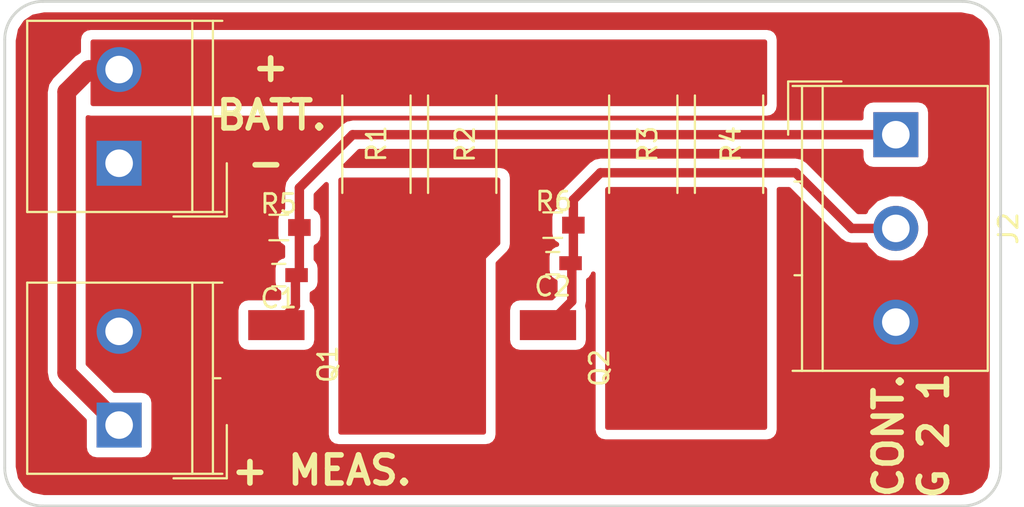
<source format=kicad_pcb>
(kicad_pcb (version 4) (host pcbnew 4.0.7)

  (general
    (links 23)
    (no_connects 0)
    (area 92.887 85.268999 148.259 112.343001)
    (thickness 1.6)
    (drawings 13)
    (tracks 46)
    (zones 0)
    (modules 13)
    (nets 7)
  )

  (page A4)
  (layers
    (0 F.Cu signal)
    (31 B.Cu signal)
    (34 B.Paste user)
    (35 F.Paste user)
    (36 B.SilkS user)
    (37 F.SilkS user)
    (38 B.Mask user)
    (39 F.Mask user)
    (44 Edge.Cuts user)
    (45 Margin user)
  )

  (setup
    (last_trace_width 1)
    (user_trace_width 0.5)
    (user_trace_width 1)
    (user_trace_width 3)
    (trace_clearance 0.1524)
    (zone_clearance 0.508)
    (zone_45_only no)
    (trace_min 0.1524)
    (segment_width 0.2)
    (edge_width 0.15)
    (via_size 0.6858)
    (via_drill 0.3302)
    (via_min_size 0.6858)
    (via_min_drill 0.3302)
    (uvia_size 0.3)
    (uvia_drill 0.1)
    (uvias_allowed no)
    (uvia_min_size 0)
    (uvia_min_drill 0)
    (pcb_text_width 0.3)
    (pcb_text_size 1.5 1.5)
    (mod_edge_width 0.15)
    (mod_text_size 1 1)
    (mod_text_width 0.15)
    (pad_size 2 2)
    (pad_drill 1)
    (pad_to_mask_clearance 0.2)
    (aux_axis_origin 0 0)
    (visible_elements FFFFFF7F)
    (pcbplotparams
      (layerselection 0x00030_80000001)
      (usegerberextensions false)
      (excludeedgelayer true)
      (linewidth 0.100000)
      (plotframeref false)
      (viasonmask false)
      (mode 1)
      (useauxorigin false)
      (hpglpennumber 1)
      (hpglpenspeed 20)
      (hpglpendiameter 15)
      (hpglpenoverlay 2)
      (psnegative false)
      (psa4output false)
      (plotreference true)
      (plotvalue true)
      (plotinvisibletext false)
      (padsonsilk false)
      (subtractmaskfromsilk false)
      (outputformat 1)
      (mirror false)
      (drillshape 1)
      (scaleselection 1)
      (outputdirectory ""))
  )

  (net 0 "")
  (net 1 /R1_EN)
  (net 2 GND)
  (net 3 /R2_EN)
  (net 4 /BATT_POS)
  (net 5 /R2_FET)
  (net 6 /R1_FET)

  (net_class Default "This is the default net class."
    (clearance 0.1524)
    (trace_width 0.1524)
    (via_dia 0.6858)
    (via_drill 0.3302)
    (uvia_dia 0.3)
    (uvia_drill 0.1)
    (add_net /BATT_POS)
    (add_net /R1_EN)
    (add_net /R1_FET)
    (add_net /R2_EN)
    (add_net /R2_FET)
    (add_net GND)
  )

  (net_class Bigger ""
    (clearance 0.1524)
    (trace_width 1)
    (via_dia 0.6858)
    (via_drill 0.3302)
    (uvia_dia 0.3)
    (uvia_drill 0.1)
  )

  (net_class Small ""
    (clearance 0.16)
    (trace_width 0.3)
    (via_dia 0.6858)
    (via_drill 0.3302)
    (uvia_dia 0.3)
    (uvia_drill 0.1)
  )

  (module Capacitors_SMD:C_0603_HandSoldering (layer F.Cu) (tedit 59D7973F) (tstamp 59D6471C)
    (at 108.331 99.949 180)
    (descr "Capacitor SMD 0603, hand soldering")
    (tags "capacitor 0603")
    (path /59D386F7)
    (attr smd)
    (fp_text reference C1 (at 0 -1.25 180) (layer F.SilkS)
      (effects (font (size 1 1) (thickness 0.15)))
    )
    (fp_text value "" (at 0 1.5 180) (layer F.Fab)
      (effects (font (size 1 1) (thickness 0.15)))
    )
    (fp_text user %R (at 0 -1.25 180) (layer F.Fab)
      (effects (font (size 1 1) (thickness 0.15)))
    )
    (fp_line (start -0.8 0.4) (end -0.8 -0.4) (layer F.Fab) (width 0.1))
    (fp_line (start 0.8 0.4) (end -0.8 0.4) (layer F.Fab) (width 0.1))
    (fp_line (start 0.8 -0.4) (end 0.8 0.4) (layer F.Fab) (width 0.1))
    (fp_line (start -0.8 -0.4) (end 0.8 -0.4) (layer F.Fab) (width 0.1))
    (fp_line (start -0.35 -0.6) (end 0.35 -0.6) (layer F.SilkS) (width 0.12))
    (fp_line (start 0.35 0.6) (end -0.35 0.6) (layer F.SilkS) (width 0.12))
    (fp_line (start -1.8 -0.65) (end 1.8 -0.65) (layer F.CrtYd) (width 0.05))
    (fp_line (start -1.8 -0.65) (end -1.8 0.65) (layer F.CrtYd) (width 0.05))
    (fp_line (start 1.8 0.65) (end 1.8 -0.65) (layer F.CrtYd) (width 0.05))
    (fp_line (start 1.8 0.65) (end -1.8 0.65) (layer F.CrtYd) (width 0.05))
    (pad 1 smd rect (at -0.95 0 180) (size 1.2 0.75) (layers F.Cu F.Paste F.Mask)
      (net 1 /R1_EN))
    (pad 2 smd rect (at 0.95 0 180) (size 1.2 0.75) (layers F.Cu F.Paste F.Mask)
      (net 2 GND))
    (model Capacitors_SMD.3dshapes/C_0603.wrl
      (at (xyz 0 0 0))
      (scale (xyz 1 1 1))
      (rotate (xyz 0 0 0))
    )
  )

  (module Capacitors_SMD:C_0603_HandSoldering (layer F.Cu) (tedit 59D79744) (tstamp 59D64722)
    (at 122.936 99.314 180)
    (descr "Capacitor SMD 0603, hand soldering")
    (tags "capacitor 0603")
    (path /59D3873C)
    (attr smd)
    (fp_text reference C2 (at 0 -1.25 180) (layer F.SilkS)
      (effects (font (size 1 1) (thickness 0.15)))
    )
    (fp_text value "" (at 0 1.5 180) (layer F.Fab)
      (effects (font (size 1 1) (thickness 0.15)))
    )
    (fp_text user %R (at 0 -1.25 180) (layer F.Fab)
      (effects (font (size 1 1) (thickness 0.15)))
    )
    (fp_line (start -0.8 0.4) (end -0.8 -0.4) (layer F.Fab) (width 0.1))
    (fp_line (start 0.8 0.4) (end -0.8 0.4) (layer F.Fab) (width 0.1))
    (fp_line (start 0.8 -0.4) (end 0.8 0.4) (layer F.Fab) (width 0.1))
    (fp_line (start -0.8 -0.4) (end 0.8 -0.4) (layer F.Fab) (width 0.1))
    (fp_line (start -0.35 -0.6) (end 0.35 -0.6) (layer F.SilkS) (width 0.12))
    (fp_line (start 0.35 0.6) (end -0.35 0.6) (layer F.SilkS) (width 0.12))
    (fp_line (start -1.8 -0.65) (end 1.8 -0.65) (layer F.CrtYd) (width 0.05))
    (fp_line (start -1.8 -0.65) (end -1.8 0.65) (layer F.CrtYd) (width 0.05))
    (fp_line (start 1.8 0.65) (end 1.8 -0.65) (layer F.CrtYd) (width 0.05))
    (fp_line (start 1.8 0.65) (end -1.8 0.65) (layer F.CrtYd) (width 0.05))
    (pad 1 smd rect (at -0.95 0 180) (size 1.2 0.75) (layers F.Cu F.Paste F.Mask)
      (net 3 /R2_EN))
    (pad 2 smd rect (at 0.95 0 180) (size 1.2 0.75) (layers F.Cu F.Paste F.Mask)
      (net 2 GND))
    (model Capacitors_SMD.3dshapes/C_0603.wrl
      (at (xyz 0 0 0))
      (scale (xyz 1 1 1))
      (rotate (xyz 0 0 0))
    )
  )

  (module Connectors_Terminal_Blocks:TerminalBlock_Philmore_TB132_02x5mm_Straight (layer F.Cu) (tedit 59D7970D) (tstamp 59D64723)
    (at 99.822 93.98 90)
    (descr "2-way 5.0mm pitch terminal block, http://www.philmore-datak.com/mc/Page%20197.pdf")
    (tags "screw terminal block")
    (path /59D38027)
    (fp_text reference "" (at 2.5 -6 90) (layer F.SilkS)
      (effects (font (size 1 1) (thickness 0.15)))
    )
    (fp_text value "" (at 2.5 6.9 90) (layer F.Fab)
      (effects (font (size 1 1) (thickness 0.15)))
    )
    (fp_line (start -3 -5.3) (end -3 5.9) (layer F.CrtYd) (width 0.05))
    (fp_line (start -3 5.9) (end 8 5.9) (layer F.CrtYd) (width 0.05))
    (fp_line (start 8 5.9) (end 8 -5.3) (layer F.CrtYd) (width 0.05))
    (fp_line (start 8 -5.3) (end -3 -5.3) (layer F.CrtYd) (width 0.05))
    (fp_line (start -2.5 3.9) (end 7.5 3.9) (layer F.Fab) (width 0.1))
    (fp_line (start -2.5 5) (end 7.5 5) (layer F.Fab) (width 0.1))
    (fp_line (start -2.5 5.4) (end -2.5 -4.8) (layer F.Fab) (width 0.1))
    (fp_line (start -2.5 -4.8) (end 7.5 -4.8) (layer F.Fab) (width 0.1))
    (fp_line (start 7.5 -4.8) (end 7.5 5.4) (layer F.Fab) (width 0.1))
    (fp_line (start 2.5 5) (end 2.5 5.4) (layer F.Fab) (width 0.1))
    (fp_line (start -2.84 2.9) (end -2.84 5.74) (layer F.Fab) (width 0.1))
    (fp_line (start -2.84 5.74) (end 0 5.74) (layer F.Fab) (width 0.1))
    (fp_line (start -2.6 3.9) (end 7.6 3.9) (layer F.SilkS) (width 0.12))
    (fp_line (start -2.6 5) (end 7.6 5) (layer F.SilkS) (width 0.12))
    (fp_line (start -2.6 5.5) (end -2.6 -4.9) (layer F.SilkS) (width 0.12))
    (fp_line (start -2.6 -4.9) (end 7.6 -4.9) (layer F.SilkS) (width 0.12))
    (fp_line (start 7.6 -4.9) (end 7.6 5.5) (layer F.SilkS) (width 0.12))
    (fp_line (start 2.5 5) (end 2.5 5.4) (layer F.SilkS) (width 0.12))
    (fp_line (start -2.84 2.9) (end -2.84 5.74) (layer F.SilkS) (width 0.12))
    (fp_line (start -2.84 5.74) (end 0 5.74) (layer F.SilkS) (width 0.12))
    (fp_text user %R (at 2.5 0.3 90) (layer F.Fab)
      (effects (font (size 1 1) (thickness 0.15)))
    )
    (pad 1 thru_hole rect (at 0 0 90) (size 2.4 2.4) (drill 1.47) (layers *.Cu *.Mask)
      (net 2 GND))
    (pad 2 thru_hole circle (at 5 0 90) (size 2.4 2.4) (drill 1.47) (layers *.Cu *.Mask)
      (net 4 /BATT_POS))
    (model ${KISYS3DMOD}/Connectors_Terminal_Blocks.3dshapes/TerminalBlock_Philmore_TB132_02x5mm_Straight.wrl
      (at (xyz 0 0 0))
      (scale (xyz 1 1 1))
      (rotate (xyz 0 0 0))
    )
  )

  (module Connectors_Terminal_Blocks:TerminalBlock_Philmore_TB133_03x5mm_Straight (layer F.Cu) (tedit 59D79722) (tstamp 59D64728)
    (at 141.224 92.456 270)
    (descr "3-way 5.0mm pitch terminal block, http://www.philmore-datak.com/mc/Page%20197.pdf")
    (tags "screw terminal block")
    (path /59D3830D)
    (fp_text reference J2 (at 5 -6 270) (layer F.SilkS)
      (effects (font (size 1 1) (thickness 0.15)))
    )
    (fp_text value "" (at 5 6.9 270) (layer F.Fab)
      (effects (font (size 1 1) (thickness 0.15)))
    )
    (fp_line (start -3 -5.3) (end -3 5.9) (layer F.CrtYd) (width 0.05))
    (fp_line (start -3 5.9) (end 13 5.9) (layer F.CrtYd) (width 0.05))
    (fp_line (start 13 5.9) (end 13 -5.3) (layer F.CrtYd) (width 0.05))
    (fp_line (start 13 -5.3) (end -3 -5.3) (layer F.CrtYd) (width 0.05))
    (fp_line (start -2.5 3.9) (end 12.5 3.9) (layer F.Fab) (width 0.1))
    (fp_line (start -2.5 5) (end 12.5 5) (layer F.Fab) (width 0.1))
    (fp_line (start -2.5 5.4) (end -2.5 -4.8) (layer F.Fab) (width 0.1))
    (fp_line (start -2.5 -4.8) (end 12.5 -4.8) (layer F.Fab) (width 0.1))
    (fp_line (start 12.5 -4.8) (end 12.5 5.4) (layer F.Fab) (width 0.1))
    (fp_line (start 2.5 5) (end 2.5 5.4) (layer F.Fab) (width 0.1))
    (fp_line (start 7.5 5) (end 7.5 5.4) (layer F.Fab) (width 0.1))
    (fp_line (start -2.84 2.9) (end -2.84 5.74) (layer F.Fab) (width 0.1))
    (fp_line (start -2.84 5.74) (end 0 5.74) (layer F.Fab) (width 0.1))
    (fp_line (start -2.6 3.9) (end 12.6 3.9) (layer F.SilkS) (width 0.12))
    (fp_line (start -2.6 5) (end 12.6 5) (layer F.SilkS) (width 0.12))
    (fp_line (start -2.6 5.5) (end -2.6 -4.9) (layer F.SilkS) (width 0.12))
    (fp_line (start -2.6 -4.9) (end 12.6 -4.9) (layer F.SilkS) (width 0.12))
    (fp_line (start 12.6 -4.9) (end 12.6 5.5) (layer F.SilkS) (width 0.12))
    (fp_line (start 2.5 5) (end 2.5 5.4) (layer F.SilkS) (width 0.12))
    (fp_line (start 7.5 5) (end 7.5 5.4) (layer F.SilkS) (width 0.12))
    (fp_line (start -2.84 2.9) (end -2.84 5.74) (layer F.SilkS) (width 0.12))
    (fp_line (start -2.84 5.74) (end 0 5.74) (layer F.SilkS) (width 0.12))
    (fp_text user %R (at 5 0.3 270) (layer F.Fab)
      (effects (font (size 1 1) (thickness 0.15)))
    )
    (pad 1 thru_hole rect (at 0 0 270) (size 2.4 2.4) (drill 1.47) (layers *.Cu *.Mask)
      (net 1 /R1_EN))
    (pad 2 thru_hole circle (at 5 0 270) (size 2.4 2.4) (drill 1.47) (layers *.Cu *.Mask)
      (net 3 /R2_EN))
    (pad 3 thru_hole circle (at 10 0 270) (size 2.4 2.4) (drill 1.47) (layers *.Cu *.Mask)
      (net 2 GND))
    (model ${KISYS3DMOD}/Connectors_Terminal_Blocks.3dshapes/TerminalBlock_Philmore_TB133_03x5mm_Straight.wrl
      (at (xyz 0 0 0))
      (scale (xyz 1 1 1))
      (rotate (xyz 0 0 0))
    )
  )

  (module Connectors_Terminal_Blocks:TerminalBlock_Philmore_TB132_02x5mm_Straight (layer F.Cu) (tedit 59D79705) (tstamp 59D6472E)
    (at 99.822 107.95 90)
    (descr "2-way 5.0mm pitch terminal block, http://www.philmore-datak.com/mc/Page%20197.pdf")
    (tags "screw terminal block")
    (path /59D38EFD)
    (fp_text reference "" (at 2.5 -6 90) (layer F.SilkS)
      (effects (font (size 1 1) (thickness 0.15)))
    )
    (fp_text value "" (at 2.5 6.9 90) (layer F.Fab)
      (effects (font (size 1 1) (thickness 0.15)))
    )
    (fp_line (start -3 -5.3) (end -3 5.9) (layer F.CrtYd) (width 0.05))
    (fp_line (start -3 5.9) (end 8 5.9) (layer F.CrtYd) (width 0.05))
    (fp_line (start 8 5.9) (end 8 -5.3) (layer F.CrtYd) (width 0.05))
    (fp_line (start 8 -5.3) (end -3 -5.3) (layer F.CrtYd) (width 0.05))
    (fp_line (start -2.5 3.9) (end 7.5 3.9) (layer F.Fab) (width 0.1))
    (fp_line (start -2.5 5) (end 7.5 5) (layer F.Fab) (width 0.1))
    (fp_line (start -2.5 5.4) (end -2.5 -4.8) (layer F.Fab) (width 0.1))
    (fp_line (start -2.5 -4.8) (end 7.5 -4.8) (layer F.Fab) (width 0.1))
    (fp_line (start 7.5 -4.8) (end 7.5 5.4) (layer F.Fab) (width 0.1))
    (fp_line (start 2.5 5) (end 2.5 5.4) (layer F.Fab) (width 0.1))
    (fp_line (start -2.84 2.9) (end -2.84 5.74) (layer F.Fab) (width 0.1))
    (fp_line (start -2.84 5.74) (end 0 5.74) (layer F.Fab) (width 0.1))
    (fp_line (start -2.6 3.9) (end 7.6 3.9) (layer F.SilkS) (width 0.12))
    (fp_line (start -2.6 5) (end 7.6 5) (layer F.SilkS) (width 0.12))
    (fp_line (start -2.6 5.5) (end -2.6 -4.9) (layer F.SilkS) (width 0.12))
    (fp_line (start -2.6 -4.9) (end 7.6 -4.9) (layer F.SilkS) (width 0.12))
    (fp_line (start 7.6 -4.9) (end 7.6 5.5) (layer F.SilkS) (width 0.12))
    (fp_line (start 2.5 5) (end 2.5 5.4) (layer F.SilkS) (width 0.12))
    (fp_line (start -2.84 2.9) (end -2.84 5.74) (layer F.SilkS) (width 0.12))
    (fp_line (start -2.84 5.74) (end 0 5.74) (layer F.SilkS) (width 0.12))
    (fp_text user %R (at 2.5 0.3 90) (layer F.Fab)
      (effects (font (size 1 1) (thickness 0.15)))
    )
    (pad 1 thru_hole rect (at 0 0 90) (size 2.4 2.4) (drill 1.47) (layers *.Cu *.Mask)
      (net 4 /BATT_POS))
    (pad 2 thru_hole circle (at 5 0 90) (size 2.4 2.4) (drill 1.47) (layers *.Cu *.Mask)
      (net 2 GND))
    (model ${KISYS3DMOD}/Connectors_Terminal_Blocks.3dshapes/TerminalBlock_Philmore_TB132_02x5mm_Straight.wrl
      (at (xyz 0 0 0))
      (scale (xyz 1 1 1))
      (rotate (xyz 0 0 0))
    )
  )

  (module Resistors_SMD:R_2512_HandSoldering (layer F.Cu) (tedit 59D7974E) (tstamp 59D6473F)
    (at 113.538 92.964 270)
    (descr "Resistor SMD 2512, hand soldering")
    (tags "resistor 2512")
    (path /59D380CA)
    (attr smd)
    (fp_text reference R1 (at -0.0254 0 270) (layer F.SilkS)
      (effects (font (size 1 1) (thickness 0.15)))
    )
    (fp_text value "" (at 0 2.75 270) (layer F.Fab)
      (effects (font (size 1 1) (thickness 0.15)))
    )
    (fp_text user %R (at 0 0 270) (layer F.Fab)
      (effects (font (size 1 1) (thickness 0.15)))
    )
    (fp_line (start -3.15 1.6) (end -3.15 -1.6) (layer F.Fab) (width 0.1))
    (fp_line (start 3.15 1.6) (end -3.15 1.6) (layer F.Fab) (width 0.1))
    (fp_line (start 3.15 -1.6) (end 3.15 1.6) (layer F.Fab) (width 0.1))
    (fp_line (start -3.15 -1.6) (end 3.15 -1.6) (layer F.Fab) (width 0.1))
    (fp_line (start 2.6 1.82) (end -2.6 1.82) (layer F.SilkS) (width 0.12))
    (fp_line (start -2.6 -1.82) (end 2.6 -1.82) (layer F.SilkS) (width 0.12))
    (fp_line (start -5.56 -1.85) (end 5.55 -1.85) (layer F.CrtYd) (width 0.05))
    (fp_line (start -5.56 -1.85) (end -5.56 1.85) (layer F.CrtYd) (width 0.05))
    (fp_line (start 5.55 1.85) (end 5.55 -1.85) (layer F.CrtYd) (width 0.05))
    (fp_line (start 5.55 1.85) (end -5.56 1.85) (layer F.CrtYd) (width 0.05))
    (pad 1 smd rect (at -3.95 0 270) (size 2.7 3.2) (layers F.Cu F.Paste F.Mask)
      (net 4 /BATT_POS))
    (pad 2 smd rect (at 3.95 0 270) (size 2.7 3.2) (layers F.Cu F.Paste F.Mask)
      (net 6 /R1_FET))
    (model ${KISYS3DMOD}/Resistors_SMD.3dshapes/R_2512.wrl
      (at (xyz 0 0 0))
      (scale (xyz 1 1 1))
      (rotate (xyz 0 0 0))
    )
  )

  (module Resistors_SMD:R_2512_HandSoldering (layer F.Cu) (tedit 59D79755) (tstamp 59D64744)
    (at 118.11 92.964 270)
    (descr "Resistor SMD 2512, hand soldering")
    (tags "resistor 2512")
    (path /59D610FC)
    (attr smd)
    (fp_text reference R2 (at 0 -0.1524 270) (layer F.SilkS)
      (effects (font (size 1 1) (thickness 0.15)))
    )
    (fp_text value "" (at 0 2.75 270) (layer F.Fab)
      (effects (font (size 1 1) (thickness 0.15)))
    )
    (fp_text user %R (at 0 0 270) (layer F.Fab)
      (effects (font (size 1 1) (thickness 0.15)))
    )
    (fp_line (start -3.15 1.6) (end -3.15 -1.6) (layer F.Fab) (width 0.1))
    (fp_line (start 3.15 1.6) (end -3.15 1.6) (layer F.Fab) (width 0.1))
    (fp_line (start 3.15 -1.6) (end 3.15 1.6) (layer F.Fab) (width 0.1))
    (fp_line (start -3.15 -1.6) (end 3.15 -1.6) (layer F.Fab) (width 0.1))
    (fp_line (start 2.6 1.82) (end -2.6 1.82) (layer F.SilkS) (width 0.12))
    (fp_line (start -2.6 -1.82) (end 2.6 -1.82) (layer F.SilkS) (width 0.12))
    (fp_line (start -5.56 -1.85) (end 5.55 -1.85) (layer F.CrtYd) (width 0.05))
    (fp_line (start -5.56 -1.85) (end -5.56 1.85) (layer F.CrtYd) (width 0.05))
    (fp_line (start 5.55 1.85) (end 5.55 -1.85) (layer F.CrtYd) (width 0.05))
    (fp_line (start 5.55 1.85) (end -5.56 1.85) (layer F.CrtYd) (width 0.05))
    (pad 1 smd rect (at -3.95 0 270) (size 2.7 3.2) (layers F.Cu F.Paste F.Mask)
      (net 4 /BATT_POS))
    (pad 2 smd rect (at 3.95 0 270) (size 2.7 3.2) (layers F.Cu F.Paste F.Mask)
      (net 6 /R1_FET))
    (model ${KISYS3DMOD}/Resistors_SMD.3dshapes/R_2512.wrl
      (at (xyz 0 0 0))
      (scale (xyz 1 1 1))
      (rotate (xyz 0 0 0))
    )
  )

  (module Resistors_SMD:R_2512_HandSoldering (layer F.Cu) (tedit 59D79759) (tstamp 59D64749)
    (at 127.762 92.964 270)
    (descr "Resistor SMD 2512, hand soldering")
    (tags "resistor 2512")
    (path /59D38102)
    (attr smd)
    (fp_text reference R3 (at 0 -0.2286 270) (layer F.SilkS)
      (effects (font (size 1 1) (thickness 0.15)))
    )
    (fp_text value "" (at 0 2.75 270) (layer F.Fab)
      (effects (font (size 1 1) (thickness 0.15)))
    )
    (fp_text user %R (at 0 0 270) (layer F.Fab)
      (effects (font (size 1 1) (thickness 0.15)))
    )
    (fp_line (start -3.15 1.6) (end -3.15 -1.6) (layer F.Fab) (width 0.1))
    (fp_line (start 3.15 1.6) (end -3.15 1.6) (layer F.Fab) (width 0.1))
    (fp_line (start 3.15 -1.6) (end 3.15 1.6) (layer F.Fab) (width 0.1))
    (fp_line (start -3.15 -1.6) (end 3.15 -1.6) (layer F.Fab) (width 0.1))
    (fp_line (start 2.6 1.82) (end -2.6 1.82) (layer F.SilkS) (width 0.12))
    (fp_line (start -2.6 -1.82) (end 2.6 -1.82) (layer F.SilkS) (width 0.12))
    (fp_line (start -5.56 -1.85) (end 5.55 -1.85) (layer F.CrtYd) (width 0.05))
    (fp_line (start -5.56 -1.85) (end -5.56 1.85) (layer F.CrtYd) (width 0.05))
    (fp_line (start 5.55 1.85) (end 5.55 -1.85) (layer F.CrtYd) (width 0.05))
    (fp_line (start 5.55 1.85) (end -5.56 1.85) (layer F.CrtYd) (width 0.05))
    (pad 1 smd rect (at -3.95 0 270) (size 2.7 3.2) (layers F.Cu F.Paste F.Mask)
      (net 4 /BATT_POS))
    (pad 2 smd rect (at 3.95 0 270) (size 2.7 3.2) (layers F.Cu F.Paste F.Mask)
      (net 5 /R2_FET))
    (model ${KISYS3DMOD}/Resistors_SMD.3dshapes/R_2512.wrl
      (at (xyz 0 0 0))
      (scale (xyz 1 1 1))
      (rotate (xyz 0 0 0))
    )
  )

  (module Resistors_SMD:R_2512_HandSoldering (layer F.Cu) (tedit 59D79760) (tstamp 59D6474E)
    (at 132.334 92.964 270)
    (descr "Resistor SMD 2512, hand soldering")
    (tags "resistor 2512")
    (path /59D61133)
    (attr smd)
    (fp_text reference R4 (at 0 -0.1016 270) (layer F.SilkS)
      (effects (font (size 1 1) (thickness 0.15)))
    )
    (fp_text value "" (at 0 2.75 270) (layer F.Fab)
      (effects (font (size 1 1) (thickness 0.15)))
    )
    (fp_text user %R (at 0 0 270) (layer F.Fab)
      (effects (font (size 1 1) (thickness 0.15)))
    )
    (fp_line (start -3.15 1.6) (end -3.15 -1.6) (layer F.Fab) (width 0.1))
    (fp_line (start 3.15 1.6) (end -3.15 1.6) (layer F.Fab) (width 0.1))
    (fp_line (start 3.15 -1.6) (end 3.15 1.6) (layer F.Fab) (width 0.1))
    (fp_line (start -3.15 -1.6) (end 3.15 -1.6) (layer F.Fab) (width 0.1))
    (fp_line (start 2.6 1.82) (end -2.6 1.82) (layer F.SilkS) (width 0.12))
    (fp_line (start -2.6 -1.82) (end 2.6 -1.82) (layer F.SilkS) (width 0.12))
    (fp_line (start -5.56 -1.85) (end 5.55 -1.85) (layer F.CrtYd) (width 0.05))
    (fp_line (start -5.56 -1.85) (end -5.56 1.85) (layer F.CrtYd) (width 0.05))
    (fp_line (start 5.55 1.85) (end 5.55 -1.85) (layer F.CrtYd) (width 0.05))
    (fp_line (start 5.55 1.85) (end -5.56 1.85) (layer F.CrtYd) (width 0.05))
    (pad 1 smd rect (at -3.95 0 270) (size 2.7 3.2) (layers F.Cu F.Paste F.Mask)
      (net 4 /BATT_POS))
    (pad 2 smd rect (at 3.95 0 270) (size 2.7 3.2) (layers F.Cu F.Paste F.Mask)
      (net 5 /R2_FET))
    (model ${KISYS3DMOD}/Resistors_SMD.3dshapes/R_2512.wrl
      (at (xyz 0 0 0))
      (scale (xyz 1 1 1))
      (rotate (xyz 0 0 0))
    )
  )

  (module Resistors_SMD:R_0603_HandSoldering (layer F.Cu) (tedit 59D7974C) (tstamp 59D64753)
    (at 108.331 97.409 180)
    (descr "Resistor SMD 0603, hand soldering")
    (tags "resistor 0603")
    (path /59D38692)
    (attr smd)
    (fp_text reference R5 (at 0 1.27 180) (layer F.SilkS)
      (effects (font (size 1 1) (thickness 0.15)))
    )
    (fp_text value "" (at 0 1.55 180) (layer F.Fab)
      (effects (font (size 1 1) (thickness 0.15)))
    )
    (fp_text user %R (at 0 0 180) (layer F.Fab)
      (effects (font (size 0.4 0.4) (thickness 0.075)))
    )
    (fp_line (start -0.8 0.4) (end -0.8 -0.4) (layer F.Fab) (width 0.1))
    (fp_line (start 0.8 0.4) (end -0.8 0.4) (layer F.Fab) (width 0.1))
    (fp_line (start 0.8 -0.4) (end 0.8 0.4) (layer F.Fab) (width 0.1))
    (fp_line (start -0.8 -0.4) (end 0.8 -0.4) (layer F.Fab) (width 0.1))
    (fp_line (start 0.5 0.68) (end -0.5 0.68) (layer F.SilkS) (width 0.12))
    (fp_line (start -0.5 -0.68) (end 0.5 -0.68) (layer F.SilkS) (width 0.12))
    (fp_line (start -1.96 -0.7) (end 1.95 -0.7) (layer F.CrtYd) (width 0.05))
    (fp_line (start -1.96 -0.7) (end -1.96 0.7) (layer F.CrtYd) (width 0.05))
    (fp_line (start 1.95 0.7) (end 1.95 -0.7) (layer F.CrtYd) (width 0.05))
    (fp_line (start 1.95 0.7) (end -1.96 0.7) (layer F.CrtYd) (width 0.05))
    (pad 1 smd rect (at -1.1 0 180) (size 1.2 0.9) (layers F.Cu F.Paste F.Mask)
      (net 1 /R1_EN))
    (pad 2 smd rect (at 1.1 0 180) (size 1.2 0.9) (layers F.Cu F.Paste F.Mask)
      (net 2 GND))
    (model ${KISYS3DMOD}/Resistors_SMD.3dshapes/R_0603.wrl
      (at (xyz 0 0 0))
      (scale (xyz 1 1 1))
      (rotate (xyz 0 0 0))
    )
  )

  (module Resistors_SMD:R_0603_HandSoldering (layer F.Cu) (tedit 59D79749) (tstamp 59D64758)
    (at 122.936 97.282 180)
    (descr "Resistor SMD 0603, hand soldering")
    (tags "resistor 0603")
    (path /59D386C1)
    (attr smd)
    (fp_text reference R6 (at -0.0508 1.27 180) (layer F.SilkS)
      (effects (font (size 1 1) (thickness 0.15)))
    )
    (fp_text value "" (at 0 1.55 180) (layer F.Fab)
      (effects (font (size 1 1) (thickness 0.15)))
    )
    (fp_text user %R (at 0 0 180) (layer F.Fab)
      (effects (font (size 0.4 0.4) (thickness 0.075)))
    )
    (fp_line (start -0.8 0.4) (end -0.8 -0.4) (layer F.Fab) (width 0.1))
    (fp_line (start 0.8 0.4) (end -0.8 0.4) (layer F.Fab) (width 0.1))
    (fp_line (start 0.8 -0.4) (end 0.8 0.4) (layer F.Fab) (width 0.1))
    (fp_line (start -0.8 -0.4) (end 0.8 -0.4) (layer F.Fab) (width 0.1))
    (fp_line (start 0.5 0.68) (end -0.5 0.68) (layer F.SilkS) (width 0.12))
    (fp_line (start -0.5 -0.68) (end 0.5 -0.68) (layer F.SilkS) (width 0.12))
    (fp_line (start -1.96 -0.7) (end 1.95 -0.7) (layer F.CrtYd) (width 0.05))
    (fp_line (start -1.96 -0.7) (end -1.96 0.7) (layer F.CrtYd) (width 0.05))
    (fp_line (start 1.95 0.7) (end 1.95 -0.7) (layer F.CrtYd) (width 0.05))
    (fp_line (start 1.95 0.7) (end -1.96 0.7) (layer F.CrtYd) (width 0.05))
    (pad 1 smd rect (at -1.1 0 180) (size 1.2 0.9) (layers F.Cu F.Paste F.Mask)
      (net 3 /R2_EN))
    (pad 2 smd rect (at 1.1 0 180) (size 1.2 0.9) (layers F.Cu F.Paste F.Mask)
      (net 2 GND))
    (model ${KISYS3DMOD}/Resistors_SMD.3dshapes/R_0603.wrl
      (at (xyz 0 0 0))
      (scale (xyz 1 1 1))
      (rotate (xyz 0 0 0))
    )
  )

  (module Batter-Measurement-Tool:DPAK369C (layer F.Cu) (tedit 59D7976C) (tstamp 59D64BBD)
    (at 109.728 101.854 270)
    (path /59D38156)
    (fp_text reference Q1 (at 2.8448 -1.2192 270) (layer F.SilkS)
      (effects (font (size 1 1) (thickness 0.15)))
    )
    (fp_text value "" (at 2.794 4.064 270) (layer F.Fab)
      (effects (font (size 1 1) (thickness 0.15)))
    )
    (pad 3 smd rect (at 5.334 1.524 270) (size 1.6 3) (layers F.Cu F.Paste F.Mask)
      (net 2 GND))
    (pad 2 smd rect (at 0.762 1.524 270) (size 1.6 3) (layers F.Cu F.Paste F.Mask)
      (net 1 /R1_EN))
    (pad 1 smd rect (at 3.048 -5.969 270) (size 5.8 6.8) (layers F.Cu F.Paste F.Mask)
      (net 6 /R1_FET))
  )

  (module Batter-Measurement-Tool:DPAK369C (layer F.Cu) (tedit 59D79767) (tstamp 59D64BC4)
    (at 124.206 101.854 270)
    (path /59D3826B)
    (fp_text reference Q2 (at 3.048 -1.2192 270) (layer F.SilkS)
      (effects (font (size 1 1) (thickness 0.15)))
    )
    (fp_text value "" (at 2.794 4.064 270) (layer F.Fab)
      (effects (font (size 1 1) (thickness 0.15)))
    )
    (pad 3 smd rect (at 5.334 1.524 270) (size 1.6 3) (layers F.Cu F.Paste F.Mask)
      (net 2 GND))
    (pad 2 smd rect (at 0.762 1.524 270) (size 1.6 3) (layers F.Cu F.Paste F.Mask)
      (net 3 /R2_EN))
    (pad 1 smd rect (at 3.048 -5.969 270) (size 5.8 6.8) (layers F.Cu F.Paste F.Mask)
      (net 5 /R2_FET))
  )

  (gr_text "CONT.\nG 2 1" (at 142.0368 108.5088 90) (layer F.SilkS)
    (effects (font (size 1.5 1.5) (thickness 0.3)))
  )
  (gr_text "+ MEAS." (at 110.617 110.363) (layer F.SilkS)
    (effects (font (size 1.5 1.5) (thickness 0.3)))
  )
  (gr_text - (at 107.6452 93.9546) (layer F.SilkS)
    (effects (font (size 1.5 1.5) (thickness 0.3)))
  )
  (gr_text + (at 107.8992 88.8238) (layer F.SilkS)
    (effects (font (size 1.5 1.5) (thickness 0.3)))
  )
  (gr_text BATT. (at 107.95 91.4146) (layer F.SilkS)
    (effects (font (size 1.5 1.5) (thickness 0.3)))
  )
  (gr_line (start 95.758 85.344) (end 144.78 85.344) (angle 90) (layer Edge.Cuts) (width 0.15))
  (gr_line (start 93.726 110.236) (end 93.726 87.376) (angle 90) (layer Edge.Cuts) (width 0.15))
  (gr_line (start 144.78 112.268) (end 95.758 112.268) (angle 90) (layer Edge.Cuts) (width 0.15))
  (gr_line (start 146.812 87.376) (end 146.812 110.236) (angle 90) (layer Edge.Cuts) (width 0.15))
  (gr_arc (start 95.758 87.376) (end 93.726 87.376) (angle 90) (layer Edge.Cuts) (width 0.15))
  (gr_arc (start 95.758 110.236) (end 95.758 112.268) (angle 90) (layer Edge.Cuts) (width 0.15))
  (gr_arc (start 144.78 110.236) (end 146.812 110.236) (angle 90) (layer Edge.Cuts) (width 0.15))
  (gr_arc (start 144.78 87.376) (end 144.78 85.344) (angle 90) (layer Edge.Cuts) (width 0.15))

  (segment (start 109.431 97.409) (end 109.431 99.799) (width 0.5) (layer F.Cu) (net 1))
  (segment (start 109.431 99.799) (end 109.22 100.01) (width 0.25) (layer F.Cu) (net 1) (tstamp 59D650FF))
  (segment (start 109.22 100.01) (end 109.22 101.6) (width 0.5) (layer F.Cu) (net 1) (tstamp 59D65100))
  (segment (start 109.22 101.6) (end 108.204 102.616) (width 0.5) (layer F.Cu) (net 1) (tstamp 59D65101))
  (segment (start 141.224 92.456) (end 112.268 92.456) (width 0.5) (layer F.Cu) (net 1))
  (segment (start 109.431 95.293) (end 109.431 97.409) (width 0.5) (layer F.Cu) (net 1) (tstamp 59D650EB))
  (segment (start 112.268 92.456) (end 109.431 95.293) (width 0.5) (layer F.Cu) (net 1) (tstamp 59D650E4))
  (segment (start 141.224 102.456) (end 140.622 102.456) (width 0.25) (layer F.Cu) (net 2))
  (segment (start 121.836 97.282) (end 121.836 99.164) (width 0.25) (layer F.Cu) (net 2))
  (segment (start 121.836 99.164) (end 120.162 100.838) (width 0.25) (layer F.Cu) (net 2) (tstamp 59D6510D))
  (segment (start 120.162 100.838) (end 120.162 104.882) (width 0.25) (layer F.Cu) (net 2) (tstamp 59D6510E))
  (segment (start 120.162 104.882) (end 122.468 107.188) (width 0.25) (layer F.Cu) (net 2) (tstamp 59D65110))
  (segment (start 122.468 107.188) (end 122.682 107.188) (width 0.25) (layer F.Cu) (net 2) (tstamp 59D65111))
  (segment (start 107.231 97.409) (end 107.231 99.799) (width 0.25) (layer F.Cu) (net 2))
  (segment (start 107.231 99.799) (end 104.08 102.95) (width 0.25) (layer F.Cu) (net 2) (tstamp 59D65105))
  (segment (start 104.08 102.95) (end 99.822 102.95) (width 0.25) (layer F.Cu) (net 2) (tstamp 59D65106))
  (segment (start 99.822 93.98) (end 99.822 102.95) (width 0.25) (layer F.Cu) (net 2))
  (segment (start 99.822 102.95) (end 104.06 107.188) (width 0.25) (layer F.Cu) (net 2) (tstamp 59D650C7))
  (segment (start 104.06 107.188) (end 107.95 107.188) (width 0.25) (layer F.Cu) (net 2) (tstamp 59D650C8))
  (segment (start 107.95 107.188) (end 110.998 110.236) (width 0.25) (layer F.Cu) (net 2) (tstamp 59D650CA))
  (segment (start 110.998 110.236) (end 119.634 110.236) (width 0.25) (layer F.Cu) (net 2) (tstamp 59D650CC))
  (segment (start 119.634 110.236) (end 122.682 107.188) (width 0.25) (layer F.Cu) (net 2) (tstamp 59D650CE))
  (segment (start 124.036 97.282) (end 124.036 95.928) (width 0.25) (layer F.Cu) (net 3))
  (segment (start 124.036 95.928) (end 125.476 94.488) (width 0.5) (layer F.Cu) (net 3) (tstamp 59D6512A))
  (segment (start 141.224 97.456) (end 138.858 97.456) (width 0.5) (layer F.Cu) (net 3))
  (segment (start 138.858 97.456) (end 135.89 94.488) (width 0.5) (layer F.Cu) (net 3) (tstamp 59D650EF))
  (segment (start 135.89 94.488) (end 125.476 94.488) (width 0.5) (layer F.Cu) (net 3) (tstamp 59D650F1))
  (segment (start 124.036 95.928) (end 124.036 99.164) (width 0.5) (layer F.Cu) (net 3) (tstamp 59D650F6))
  (segment (start 125.476 94.488) (end 124.036 95.928) (width 0.25) (layer F.Cu) (net 3) (tstamp 59D650F3))
  (segment (start 124.036 99.164) (end 123.952 99.248) (width 0.25) (layer F.Cu) (net 3) (tstamp 59D650F8))
  (segment (start 123.952 99.248) (end 123.952 101.346) (width 0.5) (layer F.Cu) (net 3) (tstamp 59D650F9))
  (segment (start 123.952 101.346) (end 122.682 102.616) (width 0.5) (layer F.Cu) (net 3) (tstamp 59D650FB))
  (segment (start 99.822 88.98) (end 98.218 88.98) (width 1) (layer F.Cu) (net 4))
  (segment (start 98.218 88.98) (end 97.028 90.17) (width 1) (layer F.Cu) (net 4) (tstamp 59D650D2))
  (segment (start 97.028 90.17) (end 97.028 105.156) (width 1) (layer F.Cu) (net 4) (tstamp 59D650D4))
  (segment (start 97.028 105.156) (end 99.822 107.95) (width 1) (layer F.Cu) (net 4) (tstamp 59D650D6))
  (segment (start 99.822 88.98) (end 113.504 88.98) (width 0.25) (layer F.Cu) (net 4))
  (segment (start 113.504 88.98) (end 113.538 89.014) (width 0.25) (layer F.Cu) (net 4) (tstamp 59D650C0))
  (segment (start 113.538 89.014) (end 127.762 89.014) (width 0.25) (layer F.Cu) (net 4) (tstamp 59D650C1))
  (segment (start 127.762 89.014) (end 132.334 89.014) (width 0.25) (layer F.Cu) (net 4) (tstamp 59D650C2))
  (segment (start 127.762 96.914) (end 132.334 96.914) (width 0.25) (layer F.Cu) (net 5))
  (segment (start 132.334 96.914) (end 130.175 99.073) (width 0.25) (layer F.Cu) (net 5) (tstamp 59D650DF))
  (segment (start 130.175 99.073) (end 130.175 104.902) (width 0.25) (layer F.Cu) (net 5) (tstamp 59D650E0))
  (segment (start 118.11 96.914) (end 113.538 96.914) (width 0.25) (layer F.Cu) (net 6))
  (segment (start 113.538 96.914) (end 115.697 99.073) (width 0.25) (layer F.Cu) (net 6) (tstamp 59D650DA))
  (segment (start 115.697 99.073) (end 115.697 104.902) (width 0.25) (layer F.Cu) (net 6) (tstamp 59D650DB))

  (zone (net 2) (net_name GND) (layer F.Cu) (tstamp 59D65356) (hatch edge 0.508)
    (connect_pads yes (clearance 0.508))
    (min_thickness 0.254)
    (fill yes (arc_segments 16) (thermal_gap 0.508) (thermal_bridge_width 0.508))
    (polygon
      (pts
        (xy 93.472 85.344) (xy 146.812 85.344) (xy 146.812 112.268) (xy 93.472 112.268)
      )
    )
    (filled_polygon
      (pts
        (xy 145.280585 86.167482) (xy 145.704961 86.451042) (xy 145.988517 86.875414) (xy 146.102 87.445931) (xy 146.102 110.166069)
        (xy 145.988517 110.736586) (xy 145.704961 111.160958) (xy 145.280585 111.444518) (xy 144.710069 111.558) (xy 95.827931 111.558)
        (xy 95.257414 111.444517) (xy 94.833042 111.160961) (xy 94.549482 110.736585) (xy 94.436 110.166069) (xy 94.436 90.17)
        (xy 95.893 90.17) (xy 95.893 105.156) (xy 95.979397 105.590346) (xy 96.027275 105.662) (xy 96.225434 105.958566)
        (xy 97.97456 107.707692) (xy 97.97456 109.15) (xy 98.018838 109.385317) (xy 98.15791 109.601441) (xy 98.37011 109.746431)
        (xy 98.622 109.79744) (xy 101.022 109.79744) (xy 101.257317 109.753162) (xy 101.473441 109.61409) (xy 101.618431 109.40189)
        (xy 101.66944 109.15) (xy 101.66944 106.75) (xy 101.625162 106.514683) (xy 101.48609 106.298559) (xy 101.27389 106.153569)
        (xy 101.022 106.10256) (xy 99.579692 106.10256) (xy 98.163 104.685868) (xy 98.163 101.816) (xy 106.05656 101.816)
        (xy 106.05656 103.416) (xy 106.100838 103.651317) (xy 106.23991 103.867441) (xy 106.45211 104.012431) (xy 106.704 104.06344)
        (xy 109.704 104.06344) (xy 109.939317 104.019162) (xy 110.155441 103.88009) (xy 110.300431 103.66789) (xy 110.35144 103.416)
        (xy 110.35144 101.816) (xy 110.307162 101.580683) (xy 110.16809 101.364559) (xy 110.105 101.321451) (xy 110.105 100.929291)
        (xy 110.116317 100.927162) (xy 110.332441 100.78809) (xy 110.477431 100.57589) (xy 110.52844 100.324) (xy 110.52844 99.574)
        (xy 110.484162 99.338683) (xy 110.34509 99.122559) (xy 110.316 99.102683) (xy 110.316 98.430192) (xy 110.482441 98.32309)
        (xy 110.627431 98.11089) (xy 110.67844 97.859) (xy 110.67844 96.959) (xy 110.634162 96.723683) (xy 110.49509 96.507559)
        (xy 110.316 96.385192) (xy 110.316 95.65958) (xy 110.871 95.10458) (xy 110.871 108.458) (xy 110.914427 108.688795)
        (xy 111.050827 108.900767) (xy 111.258949 109.042971) (xy 111.506 109.093) (xy 119.38 109.093) (xy 119.610795 109.049573)
        (xy 119.822767 108.913173) (xy 119.964971 108.705051) (xy 120.015 108.458) (xy 120.015 101.816) (xy 120.53456 101.816)
        (xy 120.53456 103.416) (xy 120.578838 103.651317) (xy 120.71791 103.867441) (xy 120.93011 104.012431) (xy 121.182 104.06344)
        (xy 124.182 104.06344) (xy 124.417317 104.019162) (xy 124.633441 103.88009) (xy 124.778431 103.66789) (xy 124.82944 103.416)
        (xy 124.82944 101.816) (xy 124.787669 101.594005) (xy 124.837001 101.346) (xy 124.837 101.345995) (xy 124.837 100.217722)
        (xy 124.937441 100.15309) (xy 125.082431 99.94089) (xy 125.095 99.878822) (xy 125.095 108.204) (xy 125.138427 108.434795)
        (xy 125.274827 108.646767) (xy 125.482949 108.788971) (xy 125.73 108.839) (xy 134.366 108.839) (xy 134.596795 108.795573)
        (xy 134.808767 108.659173) (xy 134.950971 108.451051) (xy 135.001 108.204) (xy 135.001 95.373) (xy 135.52342 95.373)
        (xy 138.232208 98.081787) (xy 138.23221 98.08179) (xy 138.519325 98.273633) (xy 138.575516 98.28481) (xy 138.858 98.341001)
        (xy 138.858005 98.341) (xy 139.604201 98.341) (xy 139.667455 98.494086) (xy 140.183199 99.01073) (xy 140.857395 99.290681)
        (xy 141.587403 99.291318) (xy 142.262086 99.012545) (xy 142.77873 98.496801) (xy 143.058681 97.822605) (xy 143.059318 97.092597)
        (xy 142.780545 96.417914) (xy 142.264801 95.90127) (xy 141.590605 95.621319) (xy 140.860597 95.620682) (xy 140.185914 95.899455)
        (xy 139.66927 96.415199) (xy 139.604576 96.571) (xy 139.224579 96.571) (xy 136.51579 93.86221) (xy 136.228675 93.670367)
        (xy 136.156448 93.656) (xy 135.89 93.602999) (xy 135.889995 93.603) (xy 125.476005 93.603) (xy 125.476 93.602999)
        (xy 125.137326 93.670366) (xy 125.137324 93.670367) (xy 125.137325 93.670367) (xy 124.85021 93.86221) (xy 124.850208 93.862213)
        (xy 123.41021 95.30221) (xy 123.218367 95.589325) (xy 123.218367 95.589326) (xy 123.150999 95.928) (xy 123.151 95.928005)
        (xy 123.151 96.260808) (xy 122.984559 96.36791) (xy 122.839569 96.58011) (xy 122.78856 96.832) (xy 122.78856 97.732)
        (xy 122.832838 97.967317) (xy 122.97191 98.183441) (xy 123.151 98.305808) (xy 123.151 98.316962) (xy 123.050683 98.335838)
        (xy 122.834559 98.47491) (xy 122.689569 98.68711) (xy 122.63856 98.939) (xy 122.63856 99.689) (xy 122.682838 99.924317)
        (xy 122.82191 100.140441) (xy 123.03411 100.285431) (xy 123.067 100.292091) (xy 123.067 100.979421) (xy 122.877861 101.16856)
        (xy 121.182 101.16856) (xy 120.946683 101.212838) (xy 120.730559 101.35191) (xy 120.585569 101.56411) (xy 120.53456 101.816)
        (xy 120.015 101.816) (xy 120.015 99.323026) (xy 120.591013 98.747013) (xy 120.726971 98.545051) (xy 120.777 98.298)
        (xy 120.777 94.742) (xy 120.733573 94.511205) (xy 120.597173 94.299233) (xy 120.389051 94.157029) (xy 120.142 94.107)
        (xy 111.868579 94.107) (xy 112.634579 93.341) (xy 139.37656 93.341) (xy 139.37656 93.656) (xy 139.420838 93.891317)
        (xy 139.55991 94.107441) (xy 139.77211 94.252431) (xy 140.024 94.30344) (xy 142.424 94.30344) (xy 142.659317 94.259162)
        (xy 142.875441 94.12009) (xy 143.020431 93.90789) (xy 143.07144 93.656) (xy 143.07144 91.256) (xy 143.027162 91.020683)
        (xy 142.88809 90.804559) (xy 142.67589 90.659569) (xy 142.424 90.60856) (xy 140.024 90.60856) (xy 139.788683 90.652838)
        (xy 139.572559 90.79191) (xy 139.427569 91.00411) (xy 139.37656 91.256) (xy 139.37656 91.571) (xy 112.268005 91.571)
        (xy 112.268 91.570999) (xy 111.985516 91.62719) (xy 111.929325 91.638367) (xy 111.64221 91.83021) (xy 111.642208 91.830213)
        (xy 108.80521 94.66721) (xy 108.613367 94.954325) (xy 108.610733 94.967569) (xy 108.545999 95.293) (xy 108.546 95.293005)
        (xy 108.546 96.387808) (xy 108.379559 96.49491) (xy 108.234569 96.70711) (xy 108.18356 96.959) (xy 108.18356 97.859)
        (xy 108.227838 98.094317) (xy 108.36691 98.310441) (xy 108.546 98.432808) (xy 108.546 98.951962) (xy 108.445683 98.970838)
        (xy 108.229559 99.10991) (xy 108.084569 99.32211) (xy 108.03356 99.574) (xy 108.03356 100.324) (xy 108.077838 100.559317)
        (xy 108.21691 100.775441) (xy 108.335 100.856128) (xy 108.335 101.16856) (xy 106.704 101.16856) (xy 106.468683 101.212838)
        (xy 106.252559 101.35191) (xy 106.107569 101.56411) (xy 106.05656 101.816) (xy 98.163 101.816) (xy 98.163 91.539662)
        (xy 98.298 91.567) (xy 134.366 91.567) (xy 134.596795 91.523573) (xy 134.808767 91.387173) (xy 134.950971 91.179051)
        (xy 135.001 90.932) (xy 135.001 87.376) (xy 134.957573 87.145205) (xy 134.821173 86.933233) (xy 134.613051 86.791029)
        (xy 134.366 86.741) (xy 98.298 86.741) (xy 98.067205 86.784427) (xy 97.855233 86.920827) (xy 97.713029 87.128949)
        (xy 97.663 87.376) (xy 97.663 88.012016) (xy 97.415434 88.177434) (xy 96.225434 89.367434) (xy 95.979397 89.735654)
        (xy 95.893 90.17) (xy 94.436 90.17) (xy 94.436 87.445931) (xy 94.549482 86.875415) (xy 94.833042 86.451039)
        (xy 95.257414 86.167483) (xy 95.827931 86.054) (xy 144.710069 86.054)
      )
    )
  )
  (zone (net 4) (net_name /BATT_POS) (layer F.Cu) (tstamp 59D65371) (hatch edge 0.508)
    (priority 1)
    (connect_pads yes (clearance 0.508))
    (min_thickness 0.254)
    (fill yes (arc_segments 16) (thermal_gap 0.508) (thermal_bridge_width 0.508))
    (polygon
      (pts
        (xy 134.366 90.932) (xy 98.298 90.932) (xy 98.298 87.376) (xy 134.366 87.376)
      )
    )
    (filled_polygon
      (pts
        (xy 134.239 90.805) (xy 98.425 90.805) (xy 98.425 87.503) (xy 134.239 87.503)
      )
    )
  )
  (zone (net 6) (net_name /R1_FET) (layer F.Cu) (tstamp 59D65389) (hatch edge 0.508)
    (priority 1)
    (connect_pads yes (clearance 0.508))
    (min_thickness 0.254)
    (fill yes (arc_segments 16) (thermal_gap 0.508) (thermal_bridge_width 0.508))
    (polygon
      (pts
        (xy 120.142 98.298) (xy 119.38 99.06) (xy 119.38 108.458) (xy 111.506 108.458) (xy 111.506 94.742)
        (xy 120.142 94.742)
      )
    )
    (filled_polygon
      (pts
        (xy 120.015 98.245394) (xy 119.290197 98.970197) (xy 119.262334 99.012211) (xy 119.253 99.06) (xy 119.253 108.331)
        (xy 111.633 108.331) (xy 111.633 94.869) (xy 120.015 94.869)
      )
    )
  )
  (zone (net 5) (net_name /R2_FET) (layer F.Cu) (tstamp 59D653AD) (hatch edge 0.508)
    (priority 1)
    (connect_pads yes (clearance 0.508))
    (min_thickness 0.254)
    (fill yes (arc_segments 16) (thermal_gap 0.508) (thermal_bridge_width 0.508))
    (polygon
      (pts
        (xy 134.366 108.204) (xy 125.73 108.204) (xy 125.73 94.996) (xy 134.366 94.996)
      )
    )
    (filled_polygon
      (pts
        (xy 134.239 108.077) (xy 125.857 108.077) (xy 125.857 95.373) (xy 134.239 95.373)
      )
    )
  )
)

</source>
